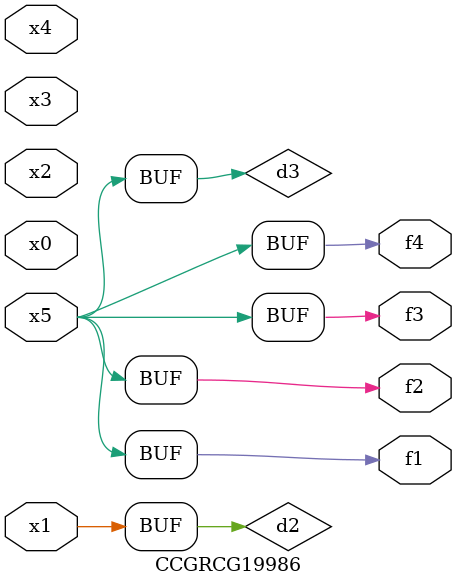
<source format=v>
module CCGRCG19986(
	input x0, x1, x2, x3, x4, x5,
	output f1, f2, f3, f4
);

	wire d1, d2, d3;

	not (d1, x5);
	or (d2, x1);
	xnor (d3, d1);
	assign f1 = d3;
	assign f2 = d3;
	assign f3 = d3;
	assign f4 = d3;
endmodule

</source>
